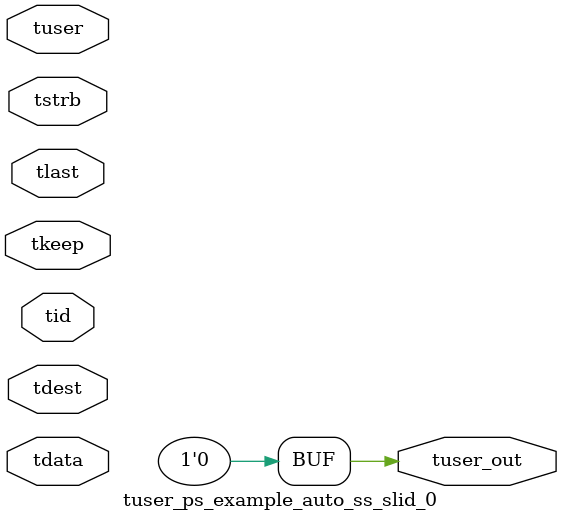
<source format=v>


`timescale 1ps/1ps

module tuser_ps_example_auto_ss_slid_0 #
(
parameter C_S_AXIS_TUSER_WIDTH = 1,
parameter C_S_AXIS_TDATA_WIDTH = 32,
parameter C_S_AXIS_TID_WIDTH   = 0,
parameter C_S_AXIS_TDEST_WIDTH = 0,
parameter C_M_AXIS_TUSER_WIDTH = 1
)
(
input  [(C_S_AXIS_TUSER_WIDTH == 0 ? 1 : C_S_AXIS_TUSER_WIDTH)-1:0     ] tuser,
input  [(C_S_AXIS_TDATA_WIDTH == 0 ? 1 : C_S_AXIS_TDATA_WIDTH)-1:0     ] tdata,
input  [(C_S_AXIS_TID_WIDTH   == 0 ? 1 : C_S_AXIS_TID_WIDTH)-1:0       ] tid,
input  [(C_S_AXIS_TDEST_WIDTH == 0 ? 1 : C_S_AXIS_TDEST_WIDTH)-1:0     ] tdest,
input  [(C_S_AXIS_TDATA_WIDTH/8)-1:0 ] tkeep,
input  [(C_S_AXIS_TDATA_WIDTH/8)-1:0 ] tstrb,
input                                                                    tlast,
output [C_M_AXIS_TUSER_WIDTH-1:0] tuser_out
);

assign tuser_out = {1'b0};

endmodule


</source>
